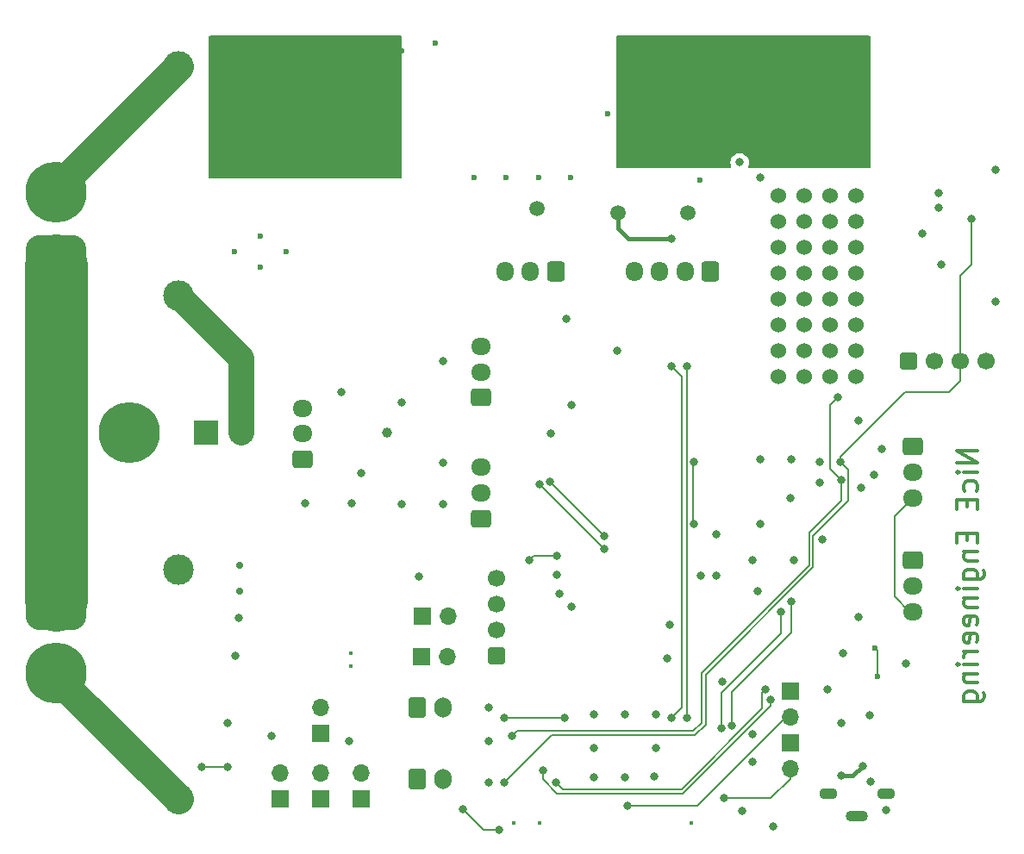
<source format=gbr>
%TF.GenerationSoftware,KiCad,Pcbnew,7.0.6*%
%TF.CreationDate,2023-08-13T13:48:50+02:00*%
%TF.ProjectId,Nice-Buoy-V1_0,4e696365-2d42-4756-9f79-2d56315f302e,rev?*%
%TF.SameCoordinates,Original*%
%TF.FileFunction,Copper,L4,Bot*%
%TF.FilePolarity,Positive*%
%FSLAX46Y46*%
G04 Gerber Fmt 4.6, Leading zero omitted, Abs format (unit mm)*
G04 Created by KiCad (PCBNEW 7.0.6) date 2023-08-13 13:48:50*
%MOMM*%
%LPD*%
G01*
G04 APERTURE LIST*
G04 Aperture macros list*
%AMRoundRect*
0 Rectangle with rounded corners*
0 $1 Rounding radius*
0 $2 $3 $4 $5 $6 $7 $8 $9 X,Y pos of 4 corners*
0 Add a 4 corners polygon primitive as box body*
4,1,4,$2,$3,$4,$5,$6,$7,$8,$9,$2,$3,0*
0 Add four circle primitives for the rounded corners*
1,1,$1+$1,$2,$3*
1,1,$1+$1,$4,$5*
1,1,$1+$1,$6,$7*
1,1,$1+$1,$8,$9*
0 Add four rect primitives between the rounded corners*
20,1,$1+$1,$2,$3,$4,$5,0*
20,1,$1+$1,$4,$5,$6,$7,0*
20,1,$1+$1,$6,$7,$8,$9,0*
20,1,$1+$1,$8,$9,$2,$3,0*%
G04 Aperture macros list end*
%ADD10C,0.300000*%
%TA.AperFunction,NonConductor*%
%ADD11C,0.300000*%
%TD*%
%TA.AperFunction,ComponentPad*%
%ADD12O,1.950000X1.700000*%
%TD*%
%TA.AperFunction,ComponentPad*%
%ADD13RoundRect,0.250000X-0.725000X0.600000X-0.725000X-0.600000X0.725000X-0.600000X0.725000X0.600000X0*%
%TD*%
%TA.AperFunction,ComponentPad*%
%ADD14C,0.700000*%
%TD*%
%TA.AperFunction,ComponentPad*%
%ADD15C,1.000000*%
%TD*%
%TA.AperFunction,ComponentPad*%
%ADD16RoundRect,1.500000X1.500000X-1.500000X1.500000X1.500000X-1.500000X1.500000X-1.500000X-1.500000X0*%
%TD*%
%TA.AperFunction,ComponentPad*%
%ADD17C,6.000000*%
%TD*%
%TA.AperFunction,ComponentPad*%
%ADD18R,1.700000X1.700000*%
%TD*%
%TA.AperFunction,ComponentPad*%
%ADD19O,1.700000X1.700000*%
%TD*%
%TA.AperFunction,ComponentPad*%
%ADD20RoundRect,0.250000X0.725000X-0.600000X0.725000X0.600000X-0.725000X0.600000X-0.725000X-0.600000X0*%
%TD*%
%TA.AperFunction,ComponentPad*%
%ADD21C,1.524000*%
%TD*%
%TA.AperFunction,ComponentPad*%
%ADD22RoundRect,0.206250X0.618750X-0.618750X0.618750X0.618750X-0.618750X0.618750X-0.618750X-0.618750X0*%
%TD*%
%TA.AperFunction,ComponentPad*%
%ADD23C,1.700000*%
%TD*%
%TA.AperFunction,ComponentPad*%
%ADD24RoundRect,1.500000X-1.500000X-1.500000X1.500000X-1.500000X1.500000X1.500000X-1.500000X1.500000X0*%
%TD*%
%TA.AperFunction,ComponentPad*%
%ADD25RoundRect,1.500000X-1.500000X1.500000X-1.500000X-1.500000X1.500000X-1.500000X1.500000X1.500000X0*%
%TD*%
%TA.AperFunction,ComponentPad*%
%ADD26C,1.500000*%
%TD*%
%TA.AperFunction,ComponentPad*%
%ADD27C,3.000000*%
%TD*%
%TA.AperFunction,ComponentPad*%
%ADD28RoundRect,0.250000X0.600000X0.725000X-0.600000X0.725000X-0.600000X-0.725000X0.600000X-0.725000X0*%
%TD*%
%TA.AperFunction,ComponentPad*%
%ADD29O,1.700000X1.950000*%
%TD*%
%TA.AperFunction,ComponentPad*%
%ADD30RoundRect,0.206250X-0.618750X-0.618750X0.618750X-0.618750X0.618750X0.618750X-0.618750X0.618750X0*%
%TD*%
%TA.AperFunction,ComponentPad*%
%ADD31R,2.400000X2.400000*%
%TD*%
%TA.AperFunction,ComponentPad*%
%ADD32C,2.400000*%
%TD*%
%TA.AperFunction,ComponentPad*%
%ADD33O,1.800000X1.100000*%
%TD*%
%TA.AperFunction,ComponentPad*%
%ADD34O,2.200000X1.100000*%
%TD*%
%TA.AperFunction,ComponentPad*%
%ADD35RoundRect,0.250000X-0.600000X-0.750000X0.600000X-0.750000X0.600000X0.750000X-0.600000X0.750000X0*%
%TD*%
%TA.AperFunction,ComponentPad*%
%ADD36O,1.700000X2.000000*%
%TD*%
%TA.AperFunction,ViaPad*%
%ADD37C,0.800000*%
%TD*%
%TA.AperFunction,ViaPad*%
%ADD38C,0.450000*%
%TD*%
%TA.AperFunction,ViaPad*%
%ADD39C,0.600000*%
%TD*%
%TA.AperFunction,Conductor*%
%ADD40C,0.200000*%
%TD*%
%TA.AperFunction,Conductor*%
%ADD41C,0.400000*%
%TD*%
%TA.AperFunction,Conductor*%
%ADD42C,6.200000*%
%TD*%
%TA.AperFunction,Conductor*%
%ADD43C,2.500000*%
%TD*%
%TA.AperFunction,Conductor*%
%ADD44C,3.000000*%
%TD*%
G04 APERTURE END LIST*
D10*
D11*
X141023638Y-77201558D02*
X139023638Y-77201558D01*
X139023638Y-77201558D02*
X141023638Y-78344415D01*
X141023638Y-78344415D02*
X139023638Y-78344415D01*
X141023638Y-79296796D02*
X139690304Y-79296796D01*
X139023638Y-79296796D02*
X139118876Y-79201558D01*
X139118876Y-79201558D02*
X139214114Y-79296796D01*
X139214114Y-79296796D02*
X139118876Y-79392034D01*
X139118876Y-79392034D02*
X139023638Y-79296796D01*
X139023638Y-79296796D02*
X139214114Y-79296796D01*
X140928400Y-81106320D02*
X141023638Y-80915844D01*
X141023638Y-80915844D02*
X141023638Y-80534891D01*
X141023638Y-80534891D02*
X140928400Y-80344415D01*
X140928400Y-80344415D02*
X140833161Y-80249177D01*
X140833161Y-80249177D02*
X140642685Y-80153939D01*
X140642685Y-80153939D02*
X140071257Y-80153939D01*
X140071257Y-80153939D02*
X139880780Y-80249177D01*
X139880780Y-80249177D02*
X139785542Y-80344415D01*
X139785542Y-80344415D02*
X139690304Y-80534891D01*
X139690304Y-80534891D02*
X139690304Y-80915844D01*
X139690304Y-80915844D02*
X139785542Y-81106320D01*
X139976019Y-81963463D02*
X139976019Y-82630130D01*
X141023638Y-82915844D02*
X141023638Y-81963463D01*
X141023638Y-81963463D02*
X139023638Y-81963463D01*
X139023638Y-81963463D02*
X139023638Y-82915844D01*
X139976019Y-85296797D02*
X139976019Y-85963464D01*
X141023638Y-86249178D02*
X141023638Y-85296797D01*
X141023638Y-85296797D02*
X139023638Y-85296797D01*
X139023638Y-85296797D02*
X139023638Y-86249178D01*
X139690304Y-87106321D02*
X141023638Y-87106321D01*
X139880780Y-87106321D02*
X139785542Y-87201559D01*
X139785542Y-87201559D02*
X139690304Y-87392035D01*
X139690304Y-87392035D02*
X139690304Y-87677750D01*
X139690304Y-87677750D02*
X139785542Y-87868226D01*
X139785542Y-87868226D02*
X139976019Y-87963464D01*
X139976019Y-87963464D02*
X141023638Y-87963464D01*
X139690304Y-89772988D02*
X141309352Y-89772988D01*
X141309352Y-89772988D02*
X141499828Y-89677750D01*
X141499828Y-89677750D02*
X141595066Y-89582512D01*
X141595066Y-89582512D02*
X141690304Y-89392035D01*
X141690304Y-89392035D02*
X141690304Y-89106321D01*
X141690304Y-89106321D02*
X141595066Y-88915845D01*
X140928400Y-89772988D02*
X141023638Y-89582512D01*
X141023638Y-89582512D02*
X141023638Y-89201559D01*
X141023638Y-89201559D02*
X140928400Y-89011083D01*
X140928400Y-89011083D02*
X140833161Y-88915845D01*
X140833161Y-88915845D02*
X140642685Y-88820607D01*
X140642685Y-88820607D02*
X140071257Y-88820607D01*
X140071257Y-88820607D02*
X139880780Y-88915845D01*
X139880780Y-88915845D02*
X139785542Y-89011083D01*
X139785542Y-89011083D02*
X139690304Y-89201559D01*
X139690304Y-89201559D02*
X139690304Y-89582512D01*
X139690304Y-89582512D02*
X139785542Y-89772988D01*
X141023638Y-90725369D02*
X139690304Y-90725369D01*
X139023638Y-90725369D02*
X139118876Y-90630131D01*
X139118876Y-90630131D02*
X139214114Y-90725369D01*
X139214114Y-90725369D02*
X139118876Y-90820607D01*
X139118876Y-90820607D02*
X139023638Y-90725369D01*
X139023638Y-90725369D02*
X139214114Y-90725369D01*
X139690304Y-91677750D02*
X141023638Y-91677750D01*
X139880780Y-91677750D02*
X139785542Y-91772988D01*
X139785542Y-91772988D02*
X139690304Y-91963464D01*
X139690304Y-91963464D02*
X139690304Y-92249179D01*
X139690304Y-92249179D02*
X139785542Y-92439655D01*
X139785542Y-92439655D02*
X139976019Y-92534893D01*
X139976019Y-92534893D02*
X141023638Y-92534893D01*
X140928400Y-94249179D02*
X141023638Y-94058703D01*
X141023638Y-94058703D02*
X141023638Y-93677750D01*
X141023638Y-93677750D02*
X140928400Y-93487274D01*
X140928400Y-93487274D02*
X140737923Y-93392036D01*
X140737923Y-93392036D02*
X139976019Y-93392036D01*
X139976019Y-93392036D02*
X139785542Y-93487274D01*
X139785542Y-93487274D02*
X139690304Y-93677750D01*
X139690304Y-93677750D02*
X139690304Y-94058703D01*
X139690304Y-94058703D02*
X139785542Y-94249179D01*
X139785542Y-94249179D02*
X139976019Y-94344417D01*
X139976019Y-94344417D02*
X140166495Y-94344417D01*
X140166495Y-94344417D02*
X140356971Y-93392036D01*
X140928400Y-95963465D02*
X141023638Y-95772989D01*
X141023638Y-95772989D02*
X141023638Y-95392036D01*
X141023638Y-95392036D02*
X140928400Y-95201560D01*
X140928400Y-95201560D02*
X140737923Y-95106322D01*
X140737923Y-95106322D02*
X139976019Y-95106322D01*
X139976019Y-95106322D02*
X139785542Y-95201560D01*
X139785542Y-95201560D02*
X139690304Y-95392036D01*
X139690304Y-95392036D02*
X139690304Y-95772989D01*
X139690304Y-95772989D02*
X139785542Y-95963465D01*
X139785542Y-95963465D02*
X139976019Y-96058703D01*
X139976019Y-96058703D02*
X140166495Y-96058703D01*
X140166495Y-96058703D02*
X140356971Y-95106322D01*
X141023638Y-96915846D02*
X139690304Y-96915846D01*
X140071257Y-96915846D02*
X139880780Y-97011084D01*
X139880780Y-97011084D02*
X139785542Y-97106322D01*
X139785542Y-97106322D02*
X139690304Y-97296798D01*
X139690304Y-97296798D02*
X139690304Y-97487275D01*
X141023638Y-98153941D02*
X139690304Y-98153941D01*
X139023638Y-98153941D02*
X139118876Y-98058703D01*
X139118876Y-98058703D02*
X139214114Y-98153941D01*
X139214114Y-98153941D02*
X139118876Y-98249179D01*
X139118876Y-98249179D02*
X139023638Y-98153941D01*
X139023638Y-98153941D02*
X139214114Y-98153941D01*
X139690304Y-99106322D02*
X141023638Y-99106322D01*
X139880780Y-99106322D02*
X139785542Y-99201560D01*
X139785542Y-99201560D02*
X139690304Y-99392036D01*
X139690304Y-99392036D02*
X139690304Y-99677751D01*
X139690304Y-99677751D02*
X139785542Y-99868227D01*
X139785542Y-99868227D02*
X139976019Y-99963465D01*
X139976019Y-99963465D02*
X141023638Y-99963465D01*
X139690304Y-101772989D02*
X141309352Y-101772989D01*
X141309352Y-101772989D02*
X141499828Y-101677751D01*
X141499828Y-101677751D02*
X141595066Y-101582513D01*
X141595066Y-101582513D02*
X141690304Y-101392036D01*
X141690304Y-101392036D02*
X141690304Y-101106322D01*
X141690304Y-101106322D02*
X141595066Y-100915846D01*
X140928400Y-101772989D02*
X141023638Y-101582513D01*
X141023638Y-101582513D02*
X141023638Y-101201560D01*
X141023638Y-101201560D02*
X140928400Y-101011084D01*
X140928400Y-101011084D02*
X140833161Y-100915846D01*
X140833161Y-100915846D02*
X140642685Y-100820608D01*
X140642685Y-100820608D02*
X140071257Y-100820608D01*
X140071257Y-100820608D02*
X139880780Y-100915846D01*
X139880780Y-100915846D02*
X139785542Y-101011084D01*
X139785542Y-101011084D02*
X139690304Y-101201560D01*
X139690304Y-101201560D02*
X139690304Y-101582513D01*
X139690304Y-101582513D02*
X139785542Y-101772989D01*
D12*
%TO.P,J105,3,Pin_3*%
%TO.N,Net-(J104-Pin_3)*%
X134680000Y-92958000D03*
%TO.P,J105,2,Pin_2*%
%TO.N,Net-(J105-Pin_2)*%
X134680000Y-90458000D03*
D13*
%TO.P,J105,1,Pin_1*%
%TO.N,Net-(J104-Pin_1)*%
X134680000Y-87958000D03*
%TD*%
D12*
%TO.P,J104,3,Pin_3*%
%TO.N,Net-(J104-Pin_3)*%
X134680000Y-81782000D03*
%TO.P,J104,2,Pin_2*%
%TO.N,Net-(J104-Pin_2)*%
X134680000Y-79282000D03*
D13*
%TO.P,J104,1,Pin_1*%
%TO.N,Net-(J104-Pin_1)*%
X134680000Y-76782000D03*
%TD*%
D14*
%TO.P,TP702,1,1*%
%TO.N,Net-(U701-GPB4)*%
X68538400Y-88466000D03*
%TD*%
D15*
%TO.P,TP701,1,1*%
%TO.N,/Accumonitor/Vbatt*%
X83010000Y-75390000D03*
%TD*%
D16*
%TO.P,J202,1,Pin_1*%
%TO.N,GND*%
X50510000Y-58990000D03*
D17*
%TO.P,J202,2,Pin_2*%
%TO.N,Net-(J202-Pin_2)*%
X50510000Y-51790000D03*
%TD*%
D18*
%TO.P,J708,1,Pin_1*%
%TO.N,Net-(J708-Pin_1)*%
X72510000Y-111390000D03*
D19*
%TO.P,J708,2,Pin_2*%
%TO.N,Net-(J708-Pin_2)*%
X72510000Y-108850000D03*
%TD*%
D20*
%TO.P,J402,1,Pin_1*%
%TO.N,Net-(J402-Pin_1)*%
X92245000Y-83814000D03*
D12*
%TO.P,J402,2,Pin_2*%
%TO.N,GND*%
X92245000Y-81314000D03*
%TO.P,J402,3,Pin_3*%
%TO.N,unconnected-(J402-Pin_3-Pad3)*%
X92245000Y-78814000D03*
%TD*%
D21*
%TO.P,TP1,1,1*%
%TO.N,unconnected-(TP1-Pad1)*%
X121450000Y-52080000D03*
%TO.P,TP1,2*%
%TO.N,N/C*%
X123990000Y-52080000D03*
%TO.P,TP1,3*%
X126530000Y-52080000D03*
%TO.P,TP1,4*%
X129070000Y-52080000D03*
%TO.P,TP1,5*%
X121450000Y-54620000D03*
%TO.P,TP1,6*%
X123990000Y-54620000D03*
%TO.P,TP1,7*%
X126530000Y-54620000D03*
%TO.P,TP1,8*%
X129070000Y-54620000D03*
%TO.P,TP1,9*%
X121450000Y-57160000D03*
%TO.P,TP1,10*%
X123990000Y-57160000D03*
%TO.P,TP1,11*%
X126530000Y-57160000D03*
%TO.P,TP1,12*%
X129070000Y-57160000D03*
%TO.P,TP1,13*%
X121450000Y-59700000D03*
%TO.P,TP1,14*%
X123990000Y-59700000D03*
%TO.P,TP1,15*%
X126530000Y-59700000D03*
%TO.P,TP1,16*%
X129070000Y-59700000D03*
%TD*%
D22*
%TO.P,J901,1,Pin_1*%
%TO.N,GND*%
X93786000Y-97356000D03*
D23*
%TO.P,J901,2,Pin_2*%
%TO.N,+3.3V*%
X93786000Y-94816000D03*
%TO.P,J901,3,Pin_3*%
%TO.N,/CPU/SCL_DISP*%
X93786000Y-92276000D03*
%TO.P,J901,4,Pin_4*%
%TO.N,/CPU/SDA_DISP*%
X93786000Y-89736000D03*
%TD*%
D20*
%TO.P,J709,1,Pin_1*%
%TO.N,/Accumonitor/GREEN*%
X74760000Y-78012000D03*
D12*
%TO.P,J709,2,Pin_2*%
%TO.N,+28V*%
X74760000Y-75512000D03*
%TO.P,J709,3,Pin_3*%
%TO.N,/Accumonitor/RED*%
X74760000Y-73012000D03*
%TD*%
D24*
%TO.P,J201,1,Pin_1*%
%TO.N,GND*%
X50510000Y-75390000D03*
D17*
%TO.P,J201,2,Pin_2*%
%TO.N,/PSU/ACC*%
X57710000Y-75390000D03*
%TD*%
D25*
%TO.P,J203,1,Pin_1*%
%TO.N,GND*%
X50510000Y-91790000D03*
D17*
%TO.P,J203,2,Pin_2*%
%TO.N,Net-(J203-Pin_2)*%
X50510000Y-98990000D03*
%TD*%
D26*
%TO.P,TP202,1,1*%
%TO.N,+3.3V*%
X112582000Y-53795000D03*
%TD*%
D27*
%TO.P,F201,1*%
%TO.N,Net-(J202-Pin_2)*%
X62510000Y-39390000D03*
%TO.P,F201,2*%
%TO.N,/PSU/POWER*%
X62510000Y-61890000D03*
%TD*%
D18*
%TO.P,SW101,1,1*%
%TO.N,GND*%
X122615000Y-100785000D03*
D19*
%TO.P,SW101,2,2*%
%TO.N,DR0*%
X122615000Y-103325000D03*
%TD*%
D18*
%TO.P,J702,1,Pin_1*%
%TO.N,GND*%
X86445000Y-97390000D03*
D19*
%TO.P,J702,2,Pin_2*%
%TO.N,Net-(J702-Pin_2)*%
X88985000Y-97390000D03*
%TD*%
D26*
%TO.P,TP201,1,1*%
%TO.N,GND*%
X97723000Y-53414000D03*
%TD*%
%TO.P,TP203,1,1*%
%TO.N,+5V*%
X105724000Y-53795000D03*
%TD*%
D18*
%TO.P,J706,1,Pin_1*%
%TO.N,GND*%
X80510000Y-111390000D03*
D19*
%TO.P,J706,2,Pin_2*%
%TO.N,SW2*%
X80510000Y-108850000D03*
%TD*%
D28*
%TO.P,J103,1,Pin_1*%
%TO.N,Net-(J103-Pin_1)*%
X99588000Y-59527000D03*
D29*
%TO.P,J103,2,Pin_2*%
%TO.N,+5V*%
X97088000Y-59527000D03*
%TO.P,J103,3,Pin_3*%
%TO.N,GND*%
X94588000Y-59527000D03*
%TD*%
D20*
%TO.P,J401,1,Pin_1*%
%TO.N,Net-(J401-Pin_1)*%
X92245000Y-71956000D03*
D12*
%TO.P,J401,2,Pin_2*%
%TO.N,GND*%
X92245000Y-69456000D03*
%TO.P,J401,3,Pin_3*%
%TO.N,unconnected-(J401-Pin_3-Pad3)*%
X92245000Y-66956000D03*
%TD*%
D18*
%TO.P,J705,1,Pin_1*%
%TO.N,GND*%
X76510000Y-111390000D03*
D19*
%TO.P,J705,2,Pin_2*%
%TO.N,SW3*%
X76510000Y-108850000D03*
%TD*%
D30*
%TO.P,J102,1,Pin_1*%
%TO.N,GND*%
X134273600Y-68400000D03*
D23*
%TO.P,J102,2,Pin_2*%
%TO.N,+3.3V*%
X136813600Y-68400000D03*
%TO.P,J102,3,Pin_3*%
%TO.N,/CPU/SCL*%
X139353600Y-68400000D03*
%TO.P,J102,4,Pin_4*%
%TO.N,/CPU/SDA*%
X141893600Y-68400000D03*
%TD*%
D31*
%TO.P,SW201,1,A*%
%TO.N,/PSU/ACC*%
X65260000Y-75390000D03*
D32*
%TO.P,SW201,2,B*%
%TO.N,/PSU/POWER*%
X68760000Y-75390000D03*
%TD*%
D18*
%TO.P,SW102,1,1*%
%TO.N,GND*%
X122615000Y-105865000D03*
D19*
%TO.P,SW102,2,2*%
%TO.N,EN*%
X122615000Y-108405000D03*
%TD*%
D27*
%TO.P,F202,1*%
%TO.N,Net-(J203-Pin_2)*%
X62510000Y-111390000D03*
%TO.P,F202,2*%
%TO.N,/PSU/POWER*%
X62510000Y-88890000D03*
%TD*%
D18*
%TO.P,J703,1,Pin_1*%
%TO.N,GND*%
X86510000Y-93390000D03*
D19*
%TO.P,J703,2,Pin_2*%
%TO.N,Net-(J703-Pin_2)*%
X89050000Y-93390000D03*
%TD*%
D18*
%TO.P,J707,1,Pin_1*%
%TO.N,Net-(J707-Pin_1)*%
X76514000Y-104976000D03*
D19*
%TO.P,J707,2,Pin_2*%
%TO.N,Net-(J707-Pin_2)*%
X76514000Y-102436000D03*
%TD*%
D33*
%TO.P,J101,6,Shield*%
%TO.N,unconnected-(J101-Shield-Pad6)*%
X126410000Y-110890000D03*
D34*
X129210000Y-113040000D03*
D33*
X132010000Y-110890000D03*
%TD*%
D21*
%TO.P,TP2,1,1*%
%TO.N,unconnected-(TP2-Pad1)*%
X121450000Y-62224000D03*
%TO.P,TP2,2*%
%TO.N,N/C*%
X123990000Y-62224000D03*
%TO.P,TP2,3*%
X126530000Y-62224000D03*
%TO.P,TP2,4*%
X129070000Y-62224000D03*
%TO.P,TP2,5*%
X121450000Y-64764000D03*
%TO.P,TP2,6*%
X123990000Y-64764000D03*
%TO.P,TP2,7*%
X126530000Y-64764000D03*
%TO.P,TP2,8*%
X129070000Y-64764000D03*
%TO.P,TP2,9*%
X121450000Y-67304000D03*
%TO.P,TP2,10*%
X123990000Y-67304000D03*
%TO.P,TP2,11*%
X126530000Y-67304000D03*
%TO.P,TP2,12*%
X129070000Y-67304000D03*
%TO.P,TP2,13*%
X121450000Y-69844000D03*
%TO.P,TP2,14*%
X123990000Y-69844000D03*
%TO.P,TP2,15*%
X126530000Y-69844000D03*
%TO.P,TP2,16*%
X129070000Y-69844000D03*
%TD*%
D35*
%TO.P,J701,1,Pin_1*%
%TO.N,GND*%
X86010000Y-102390000D03*
D36*
%TO.P,J701,2,Pin_2*%
%TO.N,Net-(J701-Pin_2)*%
X88510000Y-102390000D03*
%TD*%
D14*
%TO.P,TP703,1,1*%
%TO.N,Net-(U701-GPB5)*%
X68538400Y-91006000D03*
%TD*%
D28*
%TO.P,J501,1,Pin_1*%
%TO.N,/CPU/GPSRX*%
X114808000Y-59527000D03*
D29*
%TO.P,J501,2,Pin_2*%
%TO.N,/CPU/GPSTX*%
X112308000Y-59527000D03*
%TO.P,J501,3,Pin_3*%
%TO.N,/GPS/Vext*%
X109808000Y-59527000D03*
%TO.P,J501,4,Pin_4*%
%TO.N,GND*%
X107308000Y-59527000D03*
%TD*%
D35*
%TO.P,J704,1,Pin_1*%
%TO.N,GND*%
X86010000Y-109390000D03*
D36*
%TO.P,J704,2,Pin_2*%
%TO.N,SW1*%
X88510000Y-109390000D03*
%TD*%
D37*
%TO.N,GND*%
X106359000Y-103071000D03*
X106359000Y-109294000D03*
X109407000Y-106373000D03*
X103311000Y-106373000D03*
%TO.N,Net-(U103-GPIO36)*%
X116900000Y-104214000D03*
X122742000Y-92022000D03*
%TO.N,Net-(U103-GPIO39)*%
X115884000Y-104468000D03*
X121726000Y-93038000D03*
%TO.N,+3.3V*%
X125790000Y-85926000D03*
%TO.N,GND*%
X129346000Y-93546000D03*
X130870000Y-79523000D03*
%TO.N,+5V*%
X110931000Y-56335000D03*
%TO.N,GND*%
X132063800Y-112469000D03*
X81510000Y-37390000D03*
X122693000Y-81862000D03*
D38*
X79507000Y-98372000D03*
D37*
X74990000Y-82370000D03*
X127510000Y-42390000D03*
X71688000Y-105230000D03*
X66510000Y-49390000D03*
X106510000Y-41390000D03*
D39*
X79880000Y-40386000D03*
X70550000Y-59105000D03*
X91564000Y-50292000D03*
D37*
X67370000Y-103960000D03*
X108510000Y-39390000D03*
X129383500Y-74242000D03*
X123510000Y-42390000D03*
X119510000Y-40390000D03*
X103311000Y-109294000D03*
X128510000Y-37390000D03*
X123510000Y-44390000D03*
D39*
X79880000Y-41656000D03*
X113729000Y-50556000D03*
D37*
X121510000Y-44390000D03*
X129600000Y-80846000D03*
X119510000Y-42390000D03*
X119465400Y-90929800D03*
X123510000Y-46390000D03*
X119510000Y-38390000D03*
X70510000Y-40390000D03*
D39*
X104729000Y-44056000D03*
D37*
X72510000Y-44390000D03*
X71510000Y-49390000D03*
D39*
X70550000Y-56057000D03*
X110360000Y-42291000D03*
X81531000Y-43561000D03*
X87760000Y-37140000D03*
X117091000Y-45847000D03*
D37*
X78510000Y-39390000D03*
X126510000Y-37390000D03*
X79562000Y-82370000D03*
D39*
X73911000Y-43307000D03*
D37*
X80510000Y-44390000D03*
X76510000Y-44390000D03*
X83510000Y-37390000D03*
X129510000Y-42390000D03*
X76510000Y-37390000D03*
X118950097Y-104989539D03*
D38*
X112951000Y-113727000D03*
D37*
X134018000Y-98118000D03*
D39*
X72260000Y-40640000D03*
D37*
X72510000Y-37390000D03*
X129510000Y-40390000D03*
X70510000Y-42390000D03*
X129510000Y-38390000D03*
X118510000Y-37390000D03*
D39*
X117218000Y-38735000D03*
D37*
X109407000Y-103071000D03*
X129510000Y-46390000D03*
X124510000Y-37390000D03*
X84510000Y-82390000D03*
X137441945Y-58918205D03*
X70510000Y-37390000D03*
X116510000Y-37390000D03*
X127510000Y-40390000D03*
X78510000Y-46390000D03*
D39*
X94739000Y-50292000D03*
D37*
X77510000Y-47390000D03*
X120510000Y-37390000D03*
D39*
X101089000Y-50292000D03*
X113789000Y-38481000D03*
D37*
X118932000Y-87958000D03*
D39*
X79880000Y-39116000D03*
D37*
X108510000Y-43390000D03*
X101154000Y-92530000D03*
X103311000Y-103071000D03*
X74510000Y-37390000D03*
X115376000Y-89482000D03*
X83905400Y-39850400D03*
X123510000Y-38390000D03*
X125510000Y-38390000D03*
X126298000Y-100658000D03*
D39*
X97914000Y-50292000D03*
D37*
X135647000Y-55852400D03*
X121510000Y-38390000D03*
D39*
X73090000Y-57581000D03*
D37*
X108510000Y-41390000D03*
D39*
X110487000Y-45847000D03*
X81531000Y-45847000D03*
D37*
X88510000Y-82390000D03*
X79510000Y-49390000D03*
X110804000Y-94308000D03*
X70510000Y-44390000D03*
D39*
X75689000Y-40767000D03*
D37*
X127822000Y-97102000D03*
X125510000Y-48390000D03*
X122742000Y-78052000D03*
X74510000Y-44390000D03*
X125510000Y-44390000D03*
X109280000Y-109167000D03*
X79993800Y-45616200D03*
X110550000Y-97610000D03*
X78510000Y-42390000D03*
X127510000Y-38390000D03*
X106510000Y-39390000D03*
D39*
X83182000Y-48133000D03*
X84510000Y-37890000D03*
D37*
X84510000Y-72390000D03*
X127510000Y-46390000D03*
X121510000Y-42390000D03*
X110510000Y-37390000D03*
X78510000Y-71390000D03*
X122510000Y-37390000D03*
X129510000Y-44390000D03*
X108510000Y-37390000D03*
X112510000Y-37390000D03*
X105597000Y-67384000D03*
D38*
X98002404Y-113727000D03*
D37*
X120964000Y-114120000D03*
X77504600Y-49400800D03*
D39*
X83182000Y-40513000D03*
D37*
X106510000Y-37390000D03*
X83067200Y-42517400D03*
X130514400Y-109675000D03*
X68132000Y-97356000D03*
X127668000Y-103960000D03*
D39*
X79245000Y-48133000D03*
D37*
X123510000Y-48390000D03*
X123510000Y-40390000D03*
X125536000Y-80289000D03*
X99122000Y-75512000D03*
X127510000Y-48390000D03*
D39*
X113783000Y-46355000D03*
X83182000Y-39243000D03*
D37*
X66510000Y-37390000D03*
X83510000Y-49390000D03*
X121510000Y-40390000D03*
X142808000Y-49604000D03*
X130462000Y-103198000D03*
X129510000Y-48390000D03*
X125510000Y-40390000D03*
X106510000Y-43390000D03*
X122996000Y-87958000D03*
X121510000Y-46390000D03*
X125510000Y-42390000D03*
X83372000Y-46657600D03*
X114510000Y-37390000D03*
D39*
X68010000Y-57581000D03*
D37*
X127510000Y-44390000D03*
X101154000Y-72718000D03*
D39*
X106729000Y-44056000D03*
D37*
X99670000Y-89367913D03*
X125510000Y-46390000D03*
X76285400Y-48384800D03*
D39*
X110487000Y-38735000D03*
X83055000Y-41656000D03*
D37*
X78510000Y-44390000D03*
X142808000Y-62558000D03*
D39*
X117218000Y-42341000D03*
D37*
X83510000Y-45390000D03*
D38*
X95448995Y-113727005D03*
%TO.N,+3.3V*%
X79507000Y-97102000D03*
D37*
X113852000Y-89482000D03*
X93024000Y-102436000D03*
X119694000Y-84402000D03*
X117662000Y-48842000D03*
X137220010Y-51890000D03*
X119694000Y-50366000D03*
X88510000Y-68390000D03*
X119694000Y-78052000D03*
X99954580Y-91203531D03*
X93023992Y-105738000D03*
X79308000Y-105738000D03*
X80510000Y-79390000D03*
X131632000Y-77036000D03*
X115376000Y-85418000D03*
X118932000Y-107770000D03*
X115946000Y-99890000D03*
X137220014Y-53312400D03*
X93024000Y-109725800D03*
X125536000Y-78257000D03*
X117916000Y-112596000D03*
X100644000Y-64209000D03*
X68483025Y-93616975D03*
X86142254Y-89512204D03*
X88510000Y-78390000D03*
%TO.N,+28V*%
X67370000Y-108278000D03*
X64830000Y-108278000D03*
%TO.N,/CPU/GPSRX*%
X111010000Y-68890000D03*
X111010000Y-103390000D03*
%TO.N,/CPU/GPSTX*%
X112510000Y-68890000D03*
X112510000Y-103390000D03*
%TO.N,/CPU/ESC_BB*%
X98993000Y-80211000D03*
X104327000Y-85545000D03*
%TO.N,/CPU/ESC_SB*%
X104327000Y-86815000D03*
X97977000Y-80465000D03*
%TO.N,/CPU/LEDS*%
X100510000Y-103390000D03*
X94510000Y-103390000D03*
%TO.N,DR0*%
X106613000Y-112088000D03*
%TO.N,EN*%
X116138000Y-111326000D03*
%TO.N,/CPU/RADIO_6*%
X113210000Y-84402000D03*
X113210000Y-78306014D03*
%TO.N,/CPU/RADIO_4*%
X99710000Y-87481995D03*
X97010000Y-87890004D03*
%TO.N,RX*%
X98332600Y-108608200D03*
X120710000Y-101674000D03*
%TO.N,TX*%
X99664600Y-109776923D03*
X120202000Y-100658000D03*
%TO.N,Net-(D101-A)*%
X127668000Y-109116200D03*
X129752400Y-108151000D03*
D39*
%TO.N,Net-(U102-~{RSTb})*%
X131224000Y-99388000D03*
X130970000Y-96594000D03*
D37*
%TO.N,/Accumonitor/Vbatt*%
X94010000Y-114390000D03*
X90510000Y-112390000D03*
%TO.N,/CPU/SCL*%
X140473000Y-54379190D03*
X94536000Y-109725800D03*
X127598549Y-78254368D03*
%TO.N,/CPU/SDA*%
X95309996Y-105230004D03*
X127630000Y-80018435D03*
X127314000Y-71956000D03*
%TD*%
D40*
%TO.N,/CPU/SCL*%
X128330000Y-78985819D02*
X127598549Y-78254368D01*
X128330000Y-82116000D02*
X128330000Y-78985819D01*
X124894600Y-85551400D02*
X128330000Y-82116000D01*
X124894600Y-88574000D02*
X124894600Y-85551400D01*
X114328200Y-99140400D02*
X124894600Y-88574000D01*
X114328200Y-104049486D02*
X114328200Y-99140400D01*
X113274686Y-105103000D02*
X114328200Y-104049486D01*
X99158800Y-105103000D02*
X113274686Y-105103000D01*
X94536000Y-109725800D02*
X99158800Y-105103000D01*
%TO.N,/CPU/SDA*%
X113928200Y-98974714D02*
X124494600Y-88408314D01*
X124494600Y-85189400D02*
X127630000Y-82054000D01*
X113928200Y-103883800D02*
X113928200Y-98974714D01*
X113109000Y-104703000D02*
X113928200Y-103883800D01*
X95309996Y-105230004D02*
X95837000Y-104703000D01*
X95837000Y-104703000D02*
X113109000Y-104703000D01*
X124494600Y-88408314D02*
X124494600Y-85189400D01*
X127630000Y-82054000D02*
X127630000Y-80018435D01*
%TO.N,TX*%
X100324677Y-110437000D02*
X99664600Y-109776923D01*
X111947000Y-110437000D02*
X100324677Y-110437000D01*
X120202000Y-100658000D02*
X119897200Y-100962800D01*
%TO.N,RX*%
X98332600Y-109434873D02*
X98332600Y-108608200D01*
X99734727Y-110837000D02*
X98332600Y-109434873D01*
%TO.N,TX*%
X119897200Y-100962800D02*
X119897200Y-102486800D01*
%TO.N,RX*%
X112112685Y-110837000D02*
X99734727Y-110837000D01*
X120710000Y-102239686D02*
X112112685Y-110837000D01*
%TO.N,TX*%
X119897200Y-102486800D02*
X111947000Y-110437000D01*
%TO.N,RX*%
X120710000Y-101674000D02*
X120710000Y-102239686D01*
%TO.N,/CPU/SDA*%
X126552000Y-78940435D02*
X126552000Y-72718000D01*
X126552000Y-72718000D02*
X127314000Y-71956000D01*
X127630000Y-80018435D02*
X126552000Y-78940435D01*
%TO.N,/CPU/SCL*%
X139353600Y-70330400D02*
X139353600Y-68400000D01*
X138236000Y-71448000D02*
X139353600Y-70330400D01*
X133918000Y-71448000D02*
X138236000Y-71448000D01*
X127598549Y-77767451D02*
X133918000Y-71448000D01*
X127598549Y-78254368D02*
X127598549Y-77767451D01*
X140473000Y-58894950D02*
X140473000Y-54379190D01*
X139353600Y-60014350D02*
X140473000Y-58894950D01*
X139353600Y-68400000D02*
X139353600Y-60014350D01*
%TO.N,Net-(U103-GPIO36)*%
X116900000Y-100912000D02*
X116900000Y-104214000D01*
X122742000Y-95070000D02*
X116900000Y-100912000D01*
X122742000Y-92022000D02*
X122742000Y-95070000D01*
%TO.N,Net-(U103-GPIO39)*%
X115884000Y-100941950D02*
X115884000Y-104468000D01*
X121726000Y-95099950D02*
X115884000Y-100941950D01*
X121726000Y-93038000D02*
X121726000Y-95099950D01*
%TO.N,Net-(J104-Pin_3)*%
X132902000Y-91514000D02*
X132902000Y-83560000D01*
X134346000Y-92958000D02*
X132902000Y-91514000D01*
X134680000Y-92958000D02*
X134346000Y-92958000D01*
X132902000Y-83560000D02*
X134680000Y-81782000D01*
D41*
%TO.N,+5V*%
X105724000Y-55319000D02*
X105724000Y-53795000D01*
X110931000Y-56335000D02*
X106740000Y-56335000D01*
X106740000Y-56335000D02*
X105724000Y-55319000D01*
D42*
%TO.N,GND*%
X50510000Y-58990000D02*
X50510000Y-91790000D01*
D43*
%TO.N,/PSU/POWER*%
X68760000Y-68140000D02*
X68760000Y-75390000D01*
X62510000Y-61890000D02*
X68760000Y-68140000D01*
D40*
%TO.N,+28V*%
X64830000Y-108278000D02*
X67370000Y-108278000D01*
%TO.N,/CPU/GPSRX*%
X111010000Y-68890000D02*
X112010000Y-69890000D01*
X112010000Y-102390000D02*
X111010000Y-103390000D01*
X112010000Y-69890000D02*
X112010000Y-102390000D01*
%TO.N,/CPU/GPSTX*%
X112510000Y-103390000D02*
X112510000Y-68890000D01*
%TO.N,/CPU/ESC_BB*%
X104327000Y-85545000D02*
X98993000Y-80211000D01*
%TO.N,/CPU/ESC_SB*%
X97977000Y-80465000D02*
X104327000Y-86815000D01*
%TO.N,/CPU/LEDS*%
X94510000Y-103390000D02*
X100510000Y-103390000D01*
%TO.N,DR0*%
X113471000Y-112088000D02*
X122234000Y-103325000D01*
X106613000Y-112088000D02*
X113471000Y-112088000D01*
X122234000Y-103325000D02*
X122615000Y-103325000D01*
%TO.N,EN*%
X122615000Y-109421000D02*
X120710000Y-111326000D01*
X120710000Y-111326000D02*
X116138000Y-111326000D01*
X122615000Y-108405000D02*
X122615000Y-109421000D01*
%TO.N,/CPU/RADIO_6*%
X113210000Y-84402000D02*
X113090000Y-84282000D01*
X113090000Y-78426014D02*
X113210000Y-78306014D01*
X113090000Y-84282000D02*
X113090000Y-78426014D01*
%TO.N,/CPU/RADIO_4*%
X99710000Y-87481995D02*
X97418009Y-87481995D01*
X97418009Y-87481995D02*
X97010000Y-87890004D01*
D41*
%TO.N,Net-(D101-A)*%
X128787200Y-109116200D02*
X129752400Y-108151000D01*
X127668000Y-109116200D02*
X128787200Y-109116200D01*
D44*
%TO.N,Net-(J202-Pin_2)*%
X50510000Y-51390000D02*
X62510000Y-39390000D01*
X50510000Y-51790000D02*
X50510000Y-51390000D01*
D40*
%TO.N,Net-(U102-~{RSTb})*%
X131224000Y-96848000D02*
X130970000Y-96594000D01*
X131224000Y-99388000D02*
X131224000Y-96848000D01*
%TO.N,/Accumonitor/Vbatt*%
X92510000Y-114390000D02*
X94010000Y-114390000D01*
X90510000Y-112390000D02*
X92510000Y-114390000D01*
D44*
%TO.N,Net-(J203-Pin_2)*%
X50510000Y-98990000D02*
X50510000Y-99390000D01*
X50510000Y-99390000D02*
X62510000Y-111390000D01*
%TD*%
%TA.AperFunction,Conductor*%
%TO.N,GND*%
G36*
X130453039Y-36409685D02*
G01*
X130498794Y-36462489D01*
X130510000Y-36514000D01*
X130510000Y-49266000D01*
X130490315Y-49333039D01*
X130437511Y-49378794D01*
X130386000Y-49390000D01*
X118600107Y-49390000D01*
X118533068Y-49370315D01*
X118487313Y-49317511D01*
X118477369Y-49248353D01*
X118486831Y-49215557D01*
X118489175Y-49210290D01*
X118489179Y-49210284D01*
X118547674Y-49030256D01*
X118567460Y-48842000D01*
X118547674Y-48653744D01*
X118489179Y-48473716D01*
X118394533Y-48309784D01*
X118267871Y-48169112D01*
X118267870Y-48169111D01*
X118114734Y-48057851D01*
X118114729Y-48057848D01*
X117941807Y-47980857D01*
X117941802Y-47980855D01*
X117796001Y-47949865D01*
X117756646Y-47941500D01*
X117567354Y-47941500D01*
X117534897Y-47948398D01*
X117382197Y-47980855D01*
X117382192Y-47980857D01*
X117209270Y-48057848D01*
X117209265Y-48057851D01*
X117056129Y-48169111D01*
X116929466Y-48309785D01*
X116834821Y-48473715D01*
X116834818Y-48473722D01*
X116776327Y-48653740D01*
X116776326Y-48653744D01*
X116756540Y-48842000D01*
X116776326Y-49030256D01*
X116776327Y-49030259D01*
X116834820Y-49210282D01*
X116837169Y-49215557D01*
X116846459Y-49284807D01*
X116816834Y-49348085D01*
X116757701Y-49385302D01*
X116723893Y-49390000D01*
X105634000Y-49390000D01*
X105566961Y-49370315D01*
X105521206Y-49317511D01*
X105510000Y-49266000D01*
X105510000Y-36514000D01*
X105529685Y-36446961D01*
X105582489Y-36401206D01*
X105634000Y-36390000D01*
X130386000Y-36390000D01*
X130453039Y-36409685D01*
G37*
%TD.AperFunction*%
%TD*%
%TA.AperFunction,Conductor*%
%TO.N,GND*%
G36*
X84453039Y-36409685D02*
G01*
X84498794Y-36462489D01*
X84510000Y-36514000D01*
X84510000Y-50266000D01*
X84490315Y-50333039D01*
X84437511Y-50378794D01*
X84386000Y-50390000D01*
X65634000Y-50390000D01*
X65566961Y-50370315D01*
X65521206Y-50317511D01*
X65510000Y-50266000D01*
X65510000Y-36514000D01*
X65529685Y-36446961D01*
X65582489Y-36401206D01*
X65634000Y-36390000D01*
X84386000Y-36390000D01*
X84453039Y-36409685D01*
G37*
%TD.AperFunction*%
%TD*%
M02*

</source>
